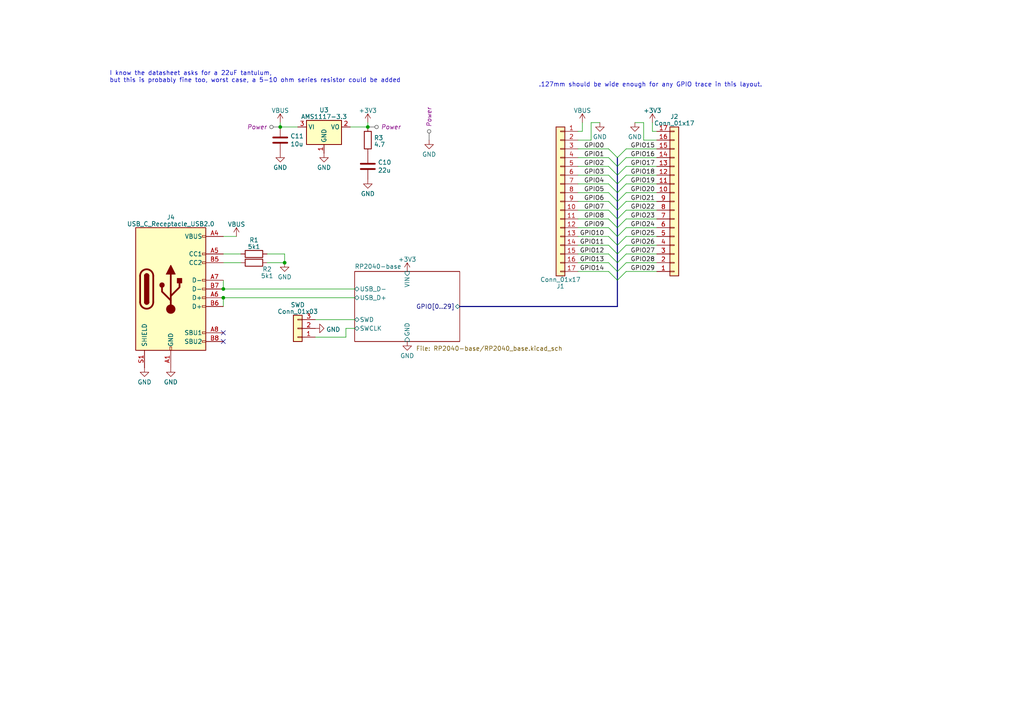
<source format=kicad_sch>
(kicad_sch (version 20230121) (generator eeschema)
  (paper "A4")
  (lib_symbols
    (symbol "Connector:USB_C_Receptacle_USB2.0" (pin_names (offset 1.016))
      (property "Reference" "J" (at -10.16 19.05 0))
      (property "Value" "USB_C_Receptacle_USB2.0" (at 19.05 19.05 0))
      (symbol "USB_C_Receptacle_USB2.0_0_0"
        (rectangle (start -0.254 -17.78) (end 0.254 -16.764))
        (rectangle (start 10.16 -14.986) (end 9.144 -15.494))
        (rectangle (start 10.16 -12.446) (end 9.144 -12.954))
        (rectangle (start 10.16 -4.826) (end 9.144 -5.334))
        (rectangle (start 10.16 -2.286) (end 9.144 -2.794))
        (rectangle (start 10.16 0.254) (end 9.144 -0.254))
        (rectangle (start 10.16 2.794) (end 9.144 2.286))
        (rectangle (start 10.16 7.874) (end 9.144 7.366))
        (rectangle (start 10.16 10.414) (end 9.144 9.906))
        (rectangle (start 10.16 15.494) (end 9.144 14.986))
      )
      (symbol "USB_C_Receptacle_USB2.0_0_1"
        (rectangle (start -10.16 17.78) (end 10.16 -17.78) (stroke (width 0.254)) (fill (type background)))
        (arc (start -8.89 -3.81) (mid -6.985 -5.7067) (end -5.08 -3.81) (stroke (width 0.508)))
        (arc (start -7.62 -3.81) (mid -6.985 -4.4423) (end -6.35 -3.81) (stroke (width 0.254)))
        (arc (start -7.62 -3.81) (mid -6.985 -4.4423) (end -6.35 -3.81) (stroke (width 0.254)) (fill (type outline)))
        (rectangle (start -7.62 -3.81) (end -6.35 3.81) (stroke (width 0.254)) (fill (type outline)))
        (arc (start -6.35 3.81) (mid -6.985 4.4423) (end -7.62 3.81) (stroke (width 0.254)))
        (arc (start -6.35 3.81) (mid -6.985 4.4423) (end -7.62 3.81) (stroke (width 0.254)) (fill (type outline)))
        (arc (start -5.08 3.81) (mid -6.985 5.7067) (end -8.89 3.81) (stroke (width 0.508)))
        (circle (center -2.54 1.143) (radius 0.635) (stroke (width 0.254)) (fill (type outline)))
        (circle (center 0 -5.842) (radius 1.27) (fill (type outline)))
        (polyline (pts (xy -8.89 -3.81) (xy -8.89 3.81)) (stroke (width 0.508)))
        (polyline (pts (xy -5.08 3.81) (xy -5.08 -3.81)) (stroke (width 0.508)))
        (polyline (pts (xy 0 -5.842) (xy 0 4.318)) (stroke (width 0.508)))
        (polyline (pts (xy 0 -3.302) (xy -2.54 -0.762) (xy -2.54 0.508)) (stroke (width 0.508)))
        (polyline (pts (xy 0 -2.032) (xy 2.54 0.508) (xy 2.54 1.778)) (stroke (width 0.508)))
        (polyline (pts (xy -1.27 4.318) (xy 0 6.858) (xy 1.27 4.318) (xy -1.27 4.318)) (stroke (width 0.254)) (fill (type outline)))
        (rectangle (start 1.905 1.778) (end 3.175 3.048) (stroke (width 0.254)) (fill (type outline)))
      )
      (symbol "USB_C_Receptacle_USB2.0_1_1"
        (pin passive line (at 0 -22.86 90) (length 5.08) (name "GND") (number "A1"))
        (pin passive line (at 0 -22.86 90) (length 5.08) hide (name "GND") (number "A12"))
        (pin passive line (at 15.24 15.24 180) (length 5.08) (name "VBUS") (number "A4"))
        (pin bidirectional line (at 15.24 10.16 180) (length 5.08) (name "CC1") (number "A5"))
        (pin bidirectional line (at 15.24 -2.54 180) (length 5.08) (name "D+") (number "A6"))
        (pin bidirectional line (at 15.24 2.54 180) (length 5.08) (name "D-") (number "A7"))
        (pin bidirectional line (at 15.24 -12.7 180) (length 5.08) (name "SBU1") (number "A8"))
        (pin passive line (at 15.24 15.24 180) (length 5.08) hide (name "VBUS") (number "A9"))
        (pin passive line (at 0 -22.86 90) (length 5.08) hide (name "GND") (number "B1"))
        (pin passive line (at 0 -22.86 90) (length 5.08) hide (name "GND") (number "B12"))
        (pin passive line (at 15.24 15.24 180) (length 5.08) hide (name "VBUS") (number "B4"))
        (pin bidirectional line (at 15.24 7.62 180) (length 5.08) (name "CC2") (number "B5"))
        (pin bidirectional line (at 15.24 -5.08 180) (length 5.08) (name "D+") (number "B6"))
        (pin bidirectional line (at 15.24 0 180) (length 5.08) (name "D-") (number "B7"))
        (pin bidirectional line (at 15.24 -15.24 180) (length 5.08) (name "SBU2") (number "B8"))
        (pin passive line (at 15.24 15.24 180) (length 5.08) hide (name "VBUS") (number "B9"))
        (pin passive line (at -7.62 -22.86 90) (length 5.08) (name "SHIELD") (number "S1"))
      )
    )
    (symbol "Connector_Generic:Conn_01x03" (pin_names (offset 1.016) hide)
      (property "Reference" "J" (at 0 5.08 0))
      (property "Value" "Conn_01x03" (at 0 -5.08 0))
      (symbol "Conn_01x03_1_1"
        (rectangle (start -1.27 -2.413) (end 0 -2.667) (stroke (width 0.1524)))
        (rectangle (start -1.27 0.127) (end 0 -0.127) (stroke (width 0.1524)))
        (rectangle (start -1.27 2.667) (end 0 2.413) (stroke (width 0.1524)))
        (rectangle (start -1.27 3.81) (end 1.27 -3.81) (stroke (width 0.254)) (fill (type background)))
        (pin passive line (at -5.08 2.54 0) (length 3.81) (name "Pin_1") (number "1"))
        (pin passive line (at -5.08 0 0) (length 3.81) (name "Pin_2") (number "2"))
        (pin passive line (at -5.08 -2.54 0) (length 3.81) (name "Pin_3") (number "3"))
      )
    )
    (symbol "Connector_Generic:Conn_01x17" (pin_names (offset 1.016) hide)
      (property "Reference" "J" (at 0 22.86 0))
      (property "Value" "Conn_01x17" (at 0 -22.86 0))
      (symbol "Conn_01x17_1_1"
        (rectangle (start -1.27 -20.193) (end 0 -20.447) (stroke (width 0.1524)))
        (rectangle (start -1.27 -17.653) (end 0 -17.907) (stroke (width 0.1524)))
        (rectangle (start -1.27 -15.113) (end 0 -15.367) (stroke (width 0.1524)))
        (rectangle (start -1.27 -12.573) (end 0 -12.827) (stroke (width 0.1524)))
        (rectangle (start -1.27 -10.033) (end 0 -10.287) (stroke (width 0.1524)))
        (rectangle (start -1.27 -7.493) (end 0 -7.747) (stroke (width 0.1524)))
        (rectangle (start -1.27 -4.953) (end 0 -5.207) (stroke (width 0.1524)))
        (rectangle (start -1.27 -2.413) (end 0 -2.667) (stroke (width 0.1524)))
        (rectangle (start -1.27 0.127) (end 0 -0.127) (stroke (width 0.1524)))
        (rectangle (start -1.27 2.667) (end 0 2.413) (stroke (width 0.1524)))
        (rectangle (start -1.27 5.207) (end 0 4.953) (stroke (width 0.1524)))
        (rectangle (start -1.27 7.747) (end 0 7.493) (stroke (width 0.1524)))
        (rectangle (start -1.27 10.287) (end 0 10.033) (stroke (width 0.1524)))
        (rectangle (start -1.27 12.827) (end 0 12.573) (stroke (width 0.1524)))
        (rectangle (start -1.27 15.367) (end 0 15.113) (stroke (width 0.1524)))
        (rectangle (start -1.27 17.907) (end 0 17.653) (stroke (width 0.1524)))
        (rectangle (start -1.27 20.447) (end 0 20.193) (stroke (width 0.1524)))
        (rectangle (start -1.27 21.59) (end 1.27 -21.59) (stroke (width 0.254)) (fill (type background)))
        (pin passive line (at -5.08 20.32 0) (length 3.81) (name "Pin_1") (number "1"))
        (pin passive line (at -5.08 -2.54 0) (length 3.81) (name "Pin_10") (number "10"))
        (pin passive line (at -5.08 -5.08 0) (length 3.81) (name "Pin_11") (number "11"))
        (pin passive line (at -5.08 -7.62 0) (length 3.81) (name "Pin_12") (number "12"))
        (pin passive line (at -5.08 -10.16 0) (length 3.81) (name "Pin_13") (number "13"))
        (pin passive line (at -5.08 -12.7 0) (length 3.81) (name "Pin_14") (number "14"))
        (pin passive line (at -5.08 -15.24 0) (length 3.81) (name "Pin_15") (number "15"))
        (pin passive line (at -5.08 -17.78 0) (length 3.81) (name "Pin_16") (number "16"))
        (pin passive line (at -5.08 -20.32 0) (length 3.81) (name "Pin_17") (number "17"))
        (pin passive line (at -5.08 17.78 0) (length 3.81) (name "Pin_2") (number "2"))
        (pin passive line (at -5.08 15.24 0) (length 3.81) (name "Pin_3") (number "3"))
        (pin passive line (at -5.08 12.7 0) (length 3.81) (name "Pin_4") (number "4"))
        (pin passive line (at -5.08 10.16 0) (length 3.81) (name "Pin_5") (number "5"))
        (pin passive line (at -5.08 7.62 0) (length 3.81) (name "Pin_6") (number "6"))
        (pin passive line (at -5.08 5.08 0) (length 3.81) (name "Pin_7") (number "7"))
        (pin passive line (at -5.08 2.54 0) (length 3.81) (name "Pin_8") (number "8"))
        (pin passive line (at -5.08 0 0) (length 3.81) (name "Pin_9") (number "9"))
      )
    )
    (symbol "Device:C" (pin_numbers hide) (pin_names (offset 0.254))
      (property "Reference" "C" (at 0.635 2.54 0))
      (property "Value" "C" (at 0.635 -2.54 0))
      (symbol "C_0_1"
        (polyline (pts (xy -2.032 -0.762) (xy 2.032 -0.762)) (stroke (width 0.508)))
        (polyline (pts (xy -2.032 0.762) (xy 2.032 0.762)) (stroke (width 0.508)))
      )
      (symbol "C_1_1"
        (pin passive line (at 0 3.81 270) (length 2.794) (name "~") (number "1"))
        (pin passive line (at 0 -3.81 90) (length 2.794) (name "~") (number "2"))
      )
    )
    (symbol "Device:R" (pin_numbers hide) (pin_names (offset 0))
      (property "Reference" "R" (at 2.032 0 90))
      (property "Value" "R" (at 0 0 90))
      (symbol "R_0_1"
        (rectangle (start -1.016 -2.54) (end 1.016 2.54) (stroke (width 0.254)))
      )
      (symbol "R_1_1"
        (pin passive line (at 0 3.81 270) (length 1.27) (name "~") (number "1"))
        (pin passive line (at 0 -3.81 90) (length 1.27) (name "~") (number "2"))
      )
    )
    (symbol "Regulator_Linear:AMS1117-3.3"
      (property "Reference" "U" (at -3.81 3.175 0))
      (property "Value" "AMS1117-3.3" (at 0 3.175 0))
      (symbol "AMS1117-3.3_0_1"
        (rectangle (start -5.08 -5.08) (end 5.08 1.905) (stroke (width 0.254)) (fill (type background)))
      )
      (symbol "AMS1117-3.3_1_1"
        (pin power_in line (at 0 -7.62 90) (length 2.54) (name "GND") (number "1"))
        (pin power_out line (at 7.62 0 180) (length 2.54) (name "VO") (number "2"))
        (pin power_in line (at -7.62 0 0) (length 2.54) (name "VI") (number "3"))
      )
    )
    (symbol "power:+3V3" (power) (pin_names (offset 0))
      (property "Value" "+3V3" (at 0 3.556 0))
      (symbol "+3V3_0_1"
        (polyline (pts (xy -0.762 1.27) (xy 0 2.54)))
        (polyline (pts (xy 0 0) (xy 0 2.54)))
        (polyline (pts (xy 0 2.54) (xy 0.762 1.27)))
      )
      (symbol "+3V3_1_1"
        (pin power_in line (at 0 0 90) (length 0) hide (name "+3V3") (number "1"))
      )
    )
    (symbol "power:GND" (power) (pin_names (offset 0))
      (property "Value" "GND" (at 0 -3.81 0))
      (symbol "GND_0_1"
        (polyline (pts (xy 0 0) (xy 0 -1.27) (xy 1.27 -1.27) (xy 0 -2.54) (xy -1.27 -1.27) (xy 0 -1.27)))
      )
      (symbol "GND_1_1"
        (pin power_in line (at 0 0 270) (length 0) hide (name "GND") (number "1"))
      )
    )
    (symbol "power:VBUS" (power) (pin_names (offset 0))
      (property "Value" "VBUS" (at 0 3.81 0))
      (symbol "VBUS_0_1"
        (polyline (pts (xy -0.762 1.27) (xy 0 2.54)))
        (polyline (pts (xy 0 0) (xy 0 2.54)))
        (polyline (pts (xy 0 2.54) (xy 0.762 1.27)))
      )
      (symbol "VBUS_1_1"
        (pin power_in line (at 0 0 90) (length 0) hide (name "VBUS") (number "1"))
      )
    )
  )
  (junction (at 81.28 36.83))
  (junction (at 106.68 36.83))
  (junction (at 64.77 86.36))
  (junction (at 82.55 76.2))
  (junction (at 64.77 83.82))
  (no_connect (at 64.77 99.06))
  (no_connect (at 64.77 96.52))
  (bus_entry (at 181.61 66.04) (size -2.54 2.54))
  (bus_entry (at 176.53 60.96) (size 2.54 2.54))
  (bus_entry (at 181.61 78.74) (size -2.54 2.54))
  (bus_entry (at 176.53 53.34) (size 2.54 2.54))
  (bus_entry (at 181.61 43.18) (size -2.54 2.54))
  (bus_entry (at 176.53 63.5) (size 2.54 2.54))
  (bus_entry (at 181.61 60.96) (size -2.54 2.54))
  (bus_entry (at 181.61 58.42) (size -2.54 2.54))
  (bus_entry (at 176.53 73.66) (size 2.54 2.54))
  (bus_entry (at 181.61 71.12) (size -2.54 2.54))
  (bus_entry (at 176.53 76.2) (size 2.54 2.54))
  (bus_entry (at 181.61 48.26) (size -2.54 2.54))
  (bus_entry (at 176.53 66.04) (size 2.54 2.54))
  (bus_entry (at 176.53 71.12) (size 2.54 2.54))
  (bus_entry (at 176.53 68.58) (size 2.54 2.54))
  (bus_entry (at 176.53 78.74) (size 2.54 2.54))
  (bus_entry (at 176.53 55.88) (size 2.54 2.54))
  (bus_entry (at 181.61 45.72) (size -2.54 2.54))
  (bus_entry (at 181.61 53.34) (size -2.54 2.54))
  (bus_entry (at 181.61 76.2) (size -2.54 2.54))
  (bus_entry (at 181.61 50.8) (size -2.54 2.54))
  (bus_entry (at 176.53 58.42) (size 2.54 2.54))
  (bus_entry (at 176.53 50.8) (size 2.54 2.54))
  (bus_entry (at 181.61 55.88) (size -2.54 2.54))
  (bus_entry (at 181.61 73.66) (size -2.54 2.54))
  (bus_entry (at 181.61 63.5) (size -2.54 2.54))
  (bus_entry (at 176.53 43.18) (size 2.54 2.54))
  (bus_entry (at 176.53 45.72) (size 2.54 2.54))
  (bus_entry (at 176.53 48.26) (size 2.54 2.54))
  (bus_entry (at 181.61 68.58) (size -2.54 2.54))
  (wire (pts (xy 64.77 86.36) (xy 64.77 88.9)))
  (wire (pts (xy 171.45 35.56) (xy 171.45 40.64)))
  (wire (pts (xy 106.68 35.56) (xy 106.68 36.83)))
  (bus (pts (xy 179.07 55.88) (xy 179.07 58.42)))
  (wire (pts (xy 189.23 35.56) (xy 189.23 38.1)))
  (wire (pts (xy 181.61 63.5) (xy 190.5 63.5)))
  (wire (pts (xy 167.64 71.12) (xy 176.53 71.12)))
  (wire (pts (xy 181.61 68.58) (xy 190.5 68.58)))
  (wire (pts (xy 102.87 92.71) (xy 91.44 92.71)))
  (bus (pts (xy 179.07 66.04) (xy 179.07 68.58)))
  (wire (pts (xy 189.23 38.1) (xy 190.5 38.1)))
  (wire (pts (xy 106.68 36.83) (xy 101.6 36.83)))
  (wire (pts (xy 181.61 71.12) (xy 190.5 71.12)))
  (wire (pts (xy 181.61 45.72) (xy 190.5 45.72)))
  (wire (pts (xy 186.69 40.64) (xy 186.69 35.56)))
  (bus (pts (xy 179.07 81.28) (xy 179.07 88.9)))
  (bus (pts (xy 179.07 76.2) (xy 179.07 78.74)))
  (wire (pts (xy 181.61 48.26) (xy 190.5 48.26)))
  (wire (pts (xy 186.69 40.64) (xy 190.5 40.64)))
  (wire (pts (xy 64.77 83.82) (xy 102.87 83.82)))
  (wire (pts (xy 168.91 35.56) (xy 168.91 38.1)))
  (wire (pts (xy 167.64 43.18) (xy 176.53 43.18)))
  (wire (pts (xy 181.61 66.04) (xy 190.5 66.04)))
  (wire (pts (xy 181.61 55.88) (xy 190.5 55.88)))
  (wire (pts (xy 173.99 35.56) (xy 171.45 35.56)))
  (wire (pts (xy 181.61 73.66) (xy 190.5 73.66)))
  (wire (pts (xy 64.77 73.66) (xy 69.85 73.66)))
  (wire (pts (xy 64.77 76.2) (xy 69.85 76.2)))
  (wire (pts (xy 181.61 50.8) (xy 190.5 50.8)))
  (wire (pts (xy 100.33 97.79) (xy 91.44 97.79)))
  (wire (pts (xy 77.47 76.2) (xy 82.55 76.2)))
  (bus (pts (xy 133.35 88.9) (xy 179.07 88.9)))
  (bus (pts (xy 179.07 78.74) (xy 179.07 81.28)))
  (wire (pts (xy 181.61 58.42) (xy 190.5 58.42)))
  (wire (pts (xy 167.64 53.34) (xy 176.53 53.34)))
  (wire (pts (xy 167.64 58.42) (xy 176.53 58.42)))
  (bus (pts (xy 179.07 73.66) (xy 179.07 76.2)))
  (bus (pts (xy 179.07 60.96) (xy 179.07 63.5)))
  (bus (pts (xy 179.07 48.26) (xy 179.07 50.8)))
  (wire (pts (xy 181.61 60.96) (xy 190.5 60.96)))
  (bus (pts (xy 179.07 58.42) (xy 179.07 60.96)))
  (wire (pts (xy 167.64 78.74) (xy 176.53 78.74)))
  (wire (pts (xy 167.64 38.1) (xy 168.91 38.1)))
  (wire (pts (xy 167.64 50.8) (xy 176.53 50.8)))
  (wire (pts (xy 186.69 35.56) (xy 184.15 35.56)))
  (wire (pts (xy 181.61 76.2) (xy 190.5 76.2)))
  (wire (pts (xy 102.87 95.25) (xy 100.33 95.25)))
  (bus (pts (xy 179.07 50.8) (xy 179.07 53.34)))
  (wire (pts (xy 68.58 68.58) (xy 64.77 68.58)))
  (wire (pts (xy 167.64 60.96) (xy 176.53 60.96)))
  (wire (pts (xy 167.64 55.88) (xy 176.53 55.88)))
  (wire (pts (xy 167.64 73.66) (xy 176.53 73.66)))
  (bus (pts (xy 179.07 45.72) (xy 179.07 48.26)))
  (wire (pts (xy 167.64 63.5) (xy 176.53 63.5)))
  (wire (pts (xy 64.77 81.28) (xy 64.77 83.82)))
  (wire (pts (xy 86.36 36.83) (xy 81.28 36.83)))
  (bus (pts (xy 179.07 53.34) (xy 179.07 55.88)))
  (wire (pts (xy 181.61 43.18) (xy 190.5 43.18)))
  (wire (pts (xy 82.55 73.66) (xy 82.55 76.2)))
  (wire (pts (xy 171.45 40.64) (xy 167.64 40.64)))
  (wire (pts (xy 64.77 86.36) (xy 102.87 86.36)))
  (bus (pts (xy 179.07 63.5) (xy 179.07 66.04)))
  (wire (pts (xy 100.33 95.25) (xy 100.33 97.79)))
  (wire (pts (xy 167.64 68.58) (xy 176.53 68.58)))
  (wire (pts (xy 167.64 48.26) (xy 176.53 48.26)))
  (wire (pts (xy 181.61 53.34) (xy 190.5 53.34)))
  (wire (pts (xy 81.28 36.83) (xy 81.28 35.56)))
  (wire (pts (xy 82.55 73.66) (xy 77.47 73.66)))
  (bus (pts (xy 179.07 71.12) (xy 179.07 73.66)))
  (wire (pts (xy 167.64 66.04) (xy 176.53 66.04)))
  (wire (pts (xy 181.61 78.74) (xy 190.5 78.74)))
  (wire (pts (xy 167.64 45.72) (xy 176.53 45.72)))
  (bus (pts (xy 179.07 68.58) (xy 179.07 71.12)))
  (wire (pts (xy 167.64 76.2) (xy 176.53 76.2)))
  (text "I know the datasheet asks for a 22uF tantulum,\nbut this is probably fine too, worst case, a 5-10 ohm series resistor could be added" (at 31.75 24.13 0) (effects (font (size 1.27 1.27)) (justify left bottom)))
  (text ".127mm should be wide enough for any GPIO trace in this layout." (at 156.21 25.4 0) (effects (font (size 1.27 1.27)) (justify left bottom)))
  (label "GPIO2" (at 175.26 48.26 180))
  (label "GPIO5" (at 175.26 55.88 180))
  (label "GPIO0" (at 175.26 43.18 180))
  (label "GPIO28" (at 182.88 76.2 0))
  (label "GPIO20" (at 182.88 55.88 0))
  (label "GPIO22" (at 182.88 60.96 0))
  (label "GPIO14" (at 175.26 78.74 180))
  (label "GPIO1" (at 175.26 45.72 180))
  (label "GPIO3" (at 175.26 50.8 180))
  (label "GPIO6" (at 175.26 58.42 180))
  (label "GPIO27" (at 182.88 73.66 0))
  (label "GPIO25" (at 182.88 68.58 0))
  (label "GPIO4" (at 175.26 53.34 180))
  (label "GPIO11" (at 175.26 71.12 180))
  (label "GPIO15" (at 182.88 43.18 0))
  (label "GPIO10" (at 175.26 68.58 180))
  (label "GPIO29" (at 182.88 78.74 0))
  (label "GPIO21" (at 182.88 58.42 0))
  (label "GPIO16" (at 182.88 45.72 0))
  (label "GPIO9" (at 175.26 66.04 180))
  (label "GPIO18" (at 182.88 50.8 0))
  (label "GPIO23" (at 182.88 63.5 0))
  (label "GPIO13" (at 175.26 76.2 180))
  (label "GPIO12" (at 175.26 73.66 180))
  (label "GPIO17" (at 182.88 48.26 0))
  (label "GPIO8" (at 175.26 63.5 180))
  (label "GPIO19" (at 182.88 53.34 0))
  (label "GPIO24" (at 182.88 66.04 0))
  (label "GPIO26" (at 182.88 71.12 0))
  (label "GPIO7" (at 175.26 60.96 180))
  (netclass_flag "" (length 2.54) (shape round) (at 81.28 36.83 90) (property "Netclass" "Power" (at 77.47 36.83 0) (effects (font italic) (justify right))))
  (netclass_flag "" (length 2.54) (shape round) (at 106.68 36.83 270) (property "Netclass" "Power" (at 110.49 36.83 0) (effects (font italic) (justify left))))
  (netclass_flag "" (length 2.54) (shape round) (at 124.46 40.64 0) (property "Netclass" "Power" (at 124.46 36.83 90) (effects (font italic) (justify left))))
  (symbol (lib_id "Connector_Generic:Conn_01x17") (at 195.58 58.42 0) (mirror x) (unit 1)
    (property "Reference" "J2" (at 195.58 33.8201 0))
    (property "Value" "Conn_01x17" (at 195.58 35.7411 0))
  )
  (symbol (lib_id "power:GND") (at 93.98 44.45 0) (unit 1)
    (property "Reference" "#PWR014" (effects hide))
    (property "Value" "GND" (at 93.98 48.5855 0))
  )
  (symbol (lib_id "Device:R") (at 106.68 40.64 180) (unit 1)
    (property "Reference" "R3" (at 108.458 39.9963 0) (effects (justify right)))
    (property "Value" "4.7" (at 108.458 41.9173 0) (effects (justify right)))
  )
  (symbol (lib_id "power:GND") (at 82.55 76.2 0) (unit 1)
    (property "Reference" "#PWR09" (effects hide))
    (property "Value" "GND" (at 82.55 80.3355 0))
  )
  (symbol (lib_id "power:VBUS") (at 168.91 35.56 0) (unit 1)
    (property "Reference" "#PWR02" (effects hide))
    (property "Value" "VBUS" (at 168.91 32.0581 0))
  )
  (symbol (lib_id "power:+3V3") (at 106.68 35.56 0) (unit 1)
    (property "Reference" "#PWR013" (effects hide))
    (property "Value" "+3V3" (at 106.68 32.0581 0))
  )
  (symbol (lib_id "power:VBUS") (at 81.28 35.56 0) (unit 1)
    (property "Reference" "#PWR012" (effects hide))
    (property "Value" "VBUS" (at 81.28 32.0581 0))
  )
  (symbol (lib_id "power:VBUS") (at 68.58 68.58 0) (unit 1)
    (property "Reference" "#PWR08" (effects hide))
    (property "Value" "VBUS" (at 68.58 65.0781 0))
  )
  (symbol (lib_id "Device:R") (at 73.66 73.66 90) (unit 1)
    (property "Reference" "R1" (at 73.66 69.6341 90))
    (property "Value" "5k1" (at 73.66 71.5551 90))
  )
  (symbol (lib_id "power:GND") (at 184.15 35.56 0) (unit 1)
    (property "Reference" "#PWR01" (effects hide))
    (property "Value" "GND" (at 184.15 39.6955 0))
  )
  (symbol (lib_id "Connector:USB_C_Receptacle_USB2.0") (at 49.53 83.82 0) (unit 1)
    (property "Reference" "J4" (at 49.53 63.0301 0))
    (property "Value" "USB_C_Receptacle_USB2.0" (at 49.53 64.9511 0))
    (property "Datasheet" "https://www.usb.org/sites/default/files/documents/usb_type-c.zip" (effects hide))
  )
  (symbol (lib_id "power:GND") (at 124.46 40.64 0) (unit 1)
    (property "Reference" "#PWR017" (effects hide))
    (property "Value" "GND" (at 124.46 44.7755 0))
  )
  (symbol (lib_id "power:+3V3") (at 189.23 35.56 0) (unit 1)
    (property "Reference" "#PWR03" (effects hide))
    (property "Value" "+3V3" (at 189.23 32.0581 0))
  )
  (symbol (lib_id "Connector_Generic:Conn_01x03") (at 86.36 95.25 180) (unit 1)
    (property "Reference" "SWD" (at 86.36 88.4301 0))
    (property "Value" "Conn_01x03" (at 86.36 90.3511 0))
  )
  (symbol (lib_id "Regulator_Linear:AMS1117-3.3") (at 93.98 36.83 0) (unit 1)
    (property "Reference" "U3" (at 93.98 31.9151 0))
    (property "Value" "AMS1117-3.3" (at 93.98 33.8361 0))
    (property "Footprint" "Package_TO_SOT_SMD:SOT-223-3_TabPin2" (effects hide))
    (property "Datasheet" "http://www.advanced-monolithic.com/pdf/ds1117.pdf" (effects hide))
  )
  (symbol (lib_id "power:GND") (at 173.99 35.56 0) (unit 1)
    (property "Reference" "#PWR04" (effects hide))
    (property "Value" "GND" (at 173.99 39.6955 0))
  )
  (symbol (lib_id "power:GND") (at 41.91 106.68 0) (unit 1)
    (property "Reference" "#PWR011" (effects hide))
    (property "Value" "GND" (at 41.91 110.8155 0))
  )
  (symbol (lib_id "Device:C") (at 106.68 48.26 0) (unit 1)
    (property "Reference" "C10" (at 109.601 47.0916 0) (effects (justify left)))
    (property "Value" "22u" (at 109.601 49.403 0) (effects (justify left)))
    (property "Footprint" "Capacitor_SMD:C_0603_1608Metric" (effects hide))
  )
  (symbol (lib_id "power:GND") (at 49.53 106.68 0) (unit 1)
    (property "Reference" "#PWR010" (effects hide))
    (property "Value" "GND" (at 49.53 110.8155 0))
  )
  (symbol (lib_id "Device:R") (at 73.66 76.2 90) (unit 1)
    (property "Reference" "R2" (at 77.47 78.089 90))
    (property "Value" "5k1" (at 77.47 80.01 90))
  )
  (symbol (lib_id "power:+3V3") (at 118.11 78.74 0) (unit 1)
    (property "Reference" "#PWR05" (effects hide))
    (property "Value" "+3V3" (at 118.11 75.2381 0))
  )
  (symbol (lib_id "power:GND") (at 106.68 52.07 0) (unit 1)
    (property "Reference" "#PWR016" (effects hide))
    (property "Value" "GND" (at 106.68 56.2055 0))
  )
  (symbol (lib_id "power:GND") (at 118.11 99.06 0) (unit 1)
    (property "Reference" "#PWR06" (effects hide))
    (property "Value" "GND" (at 118.11 103.1955 0))
  )
  (symbol (lib_id "power:GND") (at 81.28 44.45 0) (unit 1)
    (property "Reference" "#PWR015" (effects hide))
    (property "Value" "GND" (at 81.28 48.5855 0))
  )
  (symbol (lib_id "Connector_Generic:Conn_01x17") (at 162.56 58.42 0) (mirror y) (unit 1)
    (property "Reference" "J1" (at 162.56 83.0199 0))
    (property "Value" "Conn_01x17" (at 162.56 81.0989 0))
  )
  (symbol (lib_id "power:GND") (at 91.44 95.25 90) (unit 1)
    (property "Reference" "#PWR07" (effects hide))
    (property "Value" "GND" (at 94.615 95.5668 90) (effects (justify right)))
  )
  (symbol (lib_id "Device:C") (at 81.28 40.64 0) (unit 1)
    (property "Reference" "C11" (at 84.201 39.4716 0) (effects (justify left)))
    (property "Value" "10u" (at 84.201 41.783 0) (effects (justify left)))
    (property "Footprint" "Capacitor_SMD:C_0603_1608Metric" (effects hide))
  )
  (sheet (at 102.87 78.74) (size 30.48 20.32) (stroke (width 0.1524))
    (property "Sheetname" "RP2040-base" (at 102.87 78.0284 0) (effects (justify left bottom)))
    (property "Sheetfile" "RP2040-base/RP2040_base.kicad_sch" (at 120.65 100.33 0) (effects (justify left top)))
    (pin "GND" input (at 118.11 99.06 270))
    (pin "VIN" input (at 118.11 78.74 90))
    (pin "USB_D+" bidirectional (at 102.87 86.36 180))
    (pin "USB_D-" bidirectional (at 102.87 83.82 180))
    (pin "SWCLK" bidirectional (at 102.87 95.25 180))
    (pin "SWD" bidirectional (at 102.87 92.71 180))
    (pin "GPIO[0..29]" bidirectional (at 133.35 88.9 0))
  )
)
</source>
